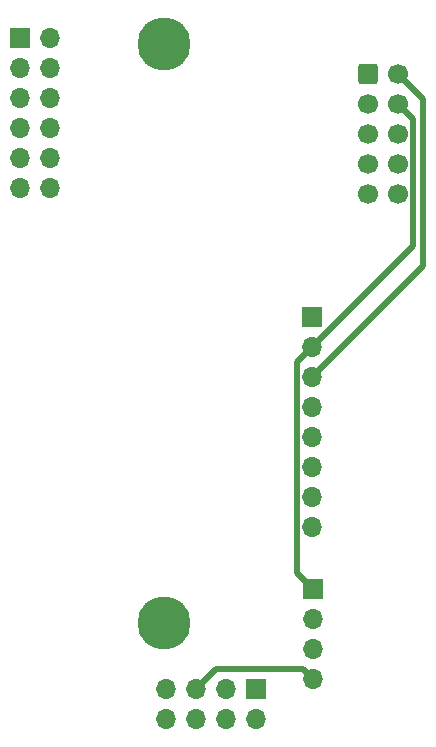
<source format=gbr>
%TF.GenerationSoftware,KiCad,Pcbnew,8.0.6*%
%TF.CreationDate,2025-02-12T12:21:41-05:00*%
%TF.ProjectId,prog,70726f67-2e6b-4696-9361-645f70636258,rev?*%
%TF.SameCoordinates,Original*%
%TF.FileFunction,Copper,L2,Bot*%
%TF.FilePolarity,Positive*%
%FSLAX46Y46*%
G04 Gerber Fmt 4.6, Leading zero omitted, Abs format (unit mm)*
G04 Created by KiCad (PCBNEW 8.0.6) date 2025-02-12 12:21:41*
%MOMM*%
%LPD*%
G01*
G04 APERTURE LIST*
G04 Aperture macros list*
%AMRoundRect*
0 Rectangle with rounded corners*
0 $1 Rounding radius*
0 $2 $3 $4 $5 $6 $7 $8 $9 X,Y pos of 4 corners*
0 Add a 4 corners polygon primitive as box body*
4,1,4,$2,$3,$4,$5,$6,$7,$8,$9,$2,$3,0*
0 Add four circle primitives for the rounded corners*
1,1,$1+$1,$2,$3*
1,1,$1+$1,$4,$5*
1,1,$1+$1,$6,$7*
1,1,$1+$1,$8,$9*
0 Add four rect primitives between the rounded corners*
20,1,$1+$1,$2,$3,$4,$5,0*
20,1,$1+$1,$4,$5,$6,$7,0*
20,1,$1+$1,$6,$7,$8,$9,0*
20,1,$1+$1,$8,$9,$2,$3,0*%
G04 Aperture macros list end*
%TA.AperFunction,ComponentPad*%
%ADD10R,1.700000X1.700000*%
%TD*%
%TA.AperFunction,ComponentPad*%
%ADD11O,1.700000X1.700000*%
%TD*%
%TA.AperFunction,ComponentPad*%
%ADD12RoundRect,0.250000X-0.600000X-0.600000X0.600000X-0.600000X0.600000X0.600000X-0.600000X0.600000X0*%
%TD*%
%TA.AperFunction,ComponentPad*%
%ADD13C,1.700000*%
%TD*%
%TA.AperFunction,ComponentPad*%
%ADD14C,4.500000*%
%TD*%
%TA.AperFunction,Conductor*%
%ADD15C,0.500000*%
%TD*%
G04 APERTURE END LIST*
D10*
%TO.P,J14,1,Pin_1*%
%TO.N,VCC*%
X124000000Y-98100000D03*
D11*
%TO.P,J14,2,Pin_2*%
X124000000Y-100640000D03*
%TO.P,J14,3,Pin_3*%
X121460000Y-98100000D03*
%TO.P,J14,4,Pin_4*%
X121460000Y-100640000D03*
%TO.P,J14,5,Pin_5*%
%TO.N,GND*%
X118920000Y-98100000D03*
%TO.P,J14,6,Pin_6*%
X118920000Y-100640000D03*
%TO.P,J14,7,Pin_7*%
X116380000Y-98100000D03*
%TO.P,J14,8,Pin_8*%
X116380000Y-100640000D03*
%TD*%
D10*
%TO.P,J1,1,Pin_1*%
%TO.N,unconnected-(J1-Pin_1-Pad1)*%
X128750000Y-66570000D03*
D11*
%TO.P,J1,2,Pin_2*%
%TO.N,VCC*%
X128750000Y-69110000D03*
%TO.P,J1,3,Pin_3*%
%TO.N,GND*%
X128750000Y-71650000D03*
%TO.P,J1,4,Pin_4*%
%TO.N,Signal*%
X128750000Y-74190000D03*
%TO.P,J1,5,Pin_5*%
%TO.N,unconnected-(J1-Pin_5-Pad5)*%
X128750000Y-76730000D03*
%TO.P,J1,6,Pin_6*%
%TO.N,unconnected-(J1-Pin_6-Pad6)*%
X128750000Y-79270000D03*
%TO.P,J1,7,Pin_7*%
%TO.N,unconnected-(J1-Pin_7-Pad7)*%
X128750000Y-81810000D03*
%TO.P,J1,8,Pin_8*%
%TO.N,unconnected-(J1-Pin_8-Pad8)*%
X128750000Y-84350000D03*
%TD*%
D12*
%TO.P,J2,1,Pin_1*%
%TO.N,unconnected-(J2-Pin_1-Pad1)*%
X133450000Y-45990000D03*
D13*
%TO.P,J2,2,Pin_2*%
%TO.N,GND*%
X135990000Y-45990000D03*
%TO.P,J2,3,Pin_3*%
%TO.N,Signal*%
X133450000Y-48530000D03*
%TO.P,J2,4,Pin_4*%
%TO.N,VCC*%
X135990000Y-48530000D03*
%TO.P,J2,5,Pin_5*%
%TO.N,unconnected-(J2-Pin_5-Pad5)*%
X133450000Y-51070000D03*
%TO.P,J2,6,Pin_6*%
%TO.N,unconnected-(J2-Pin_6-Pad6)*%
X135990000Y-51070000D03*
%TO.P,J2,7,Pin_7*%
%TO.N,unconnected-(J2-Pin_7-Pad7)*%
X133450000Y-53610000D03*
%TO.P,J2,8,Pin_8*%
%TO.N,unconnected-(J2-Pin_8-Pad8)*%
X135990000Y-53610000D03*
%TO.P,J2,9,Pin_9*%
%TO.N,unconnected-(J2-Pin_9-Pad9)*%
X133450000Y-56150000D03*
%TO.P,J2,10,Pin_10*%
%TO.N,unconnected-(J2-Pin_10-Pad10)*%
X135990000Y-56150000D03*
%TD*%
D10*
%TO.P,J11,1,Pin_1*%
%TO.N,VCC*%
X104050000Y-42975000D03*
D11*
%TO.P,J11,2,Pin_2*%
X106590000Y-42975000D03*
%TO.P,J11,3,Pin_3*%
X104050000Y-45515000D03*
%TO.P,J11,4,Pin_4*%
%TO.N,Signal*%
X106590000Y-45515000D03*
%TO.P,J11,5,Pin_5*%
%TO.N,unconnected-(J11-Pin_5-Pad5)*%
X104050000Y-48055000D03*
%TO.P,J11,6,Pin_6*%
%TO.N,unconnected-(J11-Pin_6-Pad6)*%
X106590000Y-48055000D03*
%TO.P,J11,7,Pin_7*%
%TO.N,Red*%
X104050000Y-50595000D03*
%TO.P,J11,8,Pin_8*%
%TO.N,Green*%
X106590000Y-50595000D03*
%TO.P,J11,9,Pin_9*%
%TO.N,Blue*%
X104050000Y-53135000D03*
%TO.P,J11,10,Pin_10*%
%TO.N,GND*%
X106590000Y-53135000D03*
%TO.P,J11,11,Pin_11*%
X104050000Y-55675000D03*
%TO.P,J11,12,Pin_12*%
X106590000Y-55675000D03*
%TD*%
D14*
%TO.P,H5,1*%
%TO.N,N/C*%
X116200000Y-92480000D03*
%TD*%
D10*
%TO.P,J3,1,Pin_1*%
%TO.N,VCC*%
X128825000Y-89600000D03*
D11*
%TO.P,J3,2,Pin_2*%
%TO.N,Net-(J3-Pin_2)*%
X128825000Y-92140000D03*
%TO.P,J3,3,Pin_3*%
%TO.N,Signal*%
X128825000Y-94680000D03*
%TO.P,J3,4,Pin_4*%
%TO.N,GND*%
X128825000Y-97220000D03*
%TD*%
D14*
%TO.P,H1,1*%
%TO.N,N/C*%
X116200000Y-43480000D03*
%TD*%
D15*
%TO.N,GND*%
X120650000Y-96370000D02*
X118920000Y-98100000D01*
X127975000Y-96370000D02*
X120650000Y-96370000D01*
X135990000Y-45990000D02*
X138100000Y-48100000D01*
X138100000Y-62300000D02*
X128750000Y-71650000D01*
X138100000Y-48100000D02*
X138100000Y-62300000D01*
X128825000Y-97220000D02*
X127975000Y-96370000D01*
%TO.N,VCC*%
X137290000Y-49830000D02*
X135990000Y-48530000D01*
X127450000Y-70410000D02*
X128750000Y-69110000D01*
X137290000Y-60570000D02*
X137290000Y-49830000D01*
X127450000Y-88225000D02*
X127450000Y-70410000D01*
X128825000Y-89600000D02*
X127450000Y-88225000D01*
X128750000Y-69110000D02*
X137290000Y-60570000D01*
%TD*%
M02*

</source>
